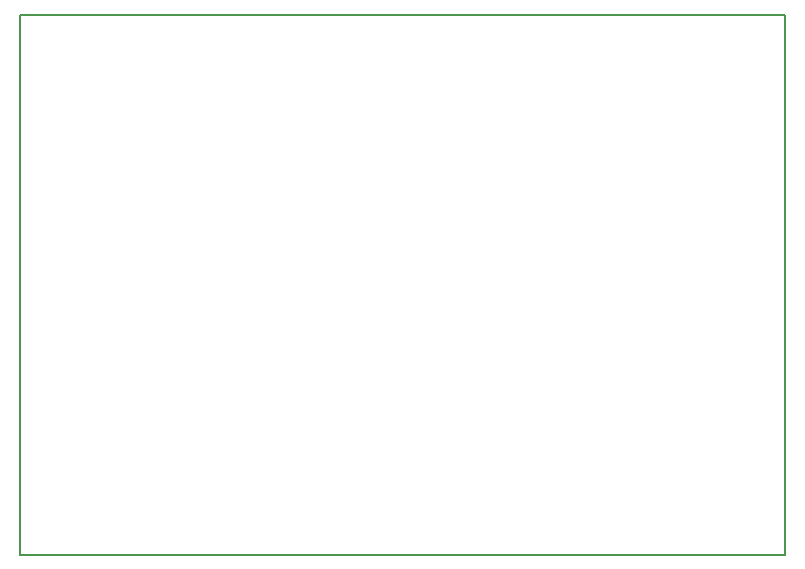
<source format=gbr>
G04 #@! TF.FileFunction,Profile,NP*
%FSLAX46Y46*%
G04 Gerber Fmt 4.6, Leading zero omitted, Abs format (unit mm)*
G04 Created by KiCad (PCBNEW 4.0.2+dfsg1-2~bpo8+1-stable) date Sun 16 Jul 2017 12:08:05 PM EEST*
%MOMM*%
G01*
G04 APERTURE LIST*
%ADD10C,0.050000*%
%ADD11C,0.150000*%
G04 APERTURE END LIST*
D10*
D11*
X96520000Y-134620000D02*
X96520000Y-88900000D01*
X161290000Y-134620000D02*
X96520000Y-134620000D01*
X161290000Y-88900000D02*
X161290000Y-134620000D01*
X96520000Y-88900000D02*
X161290000Y-88900000D01*
M02*

</source>
